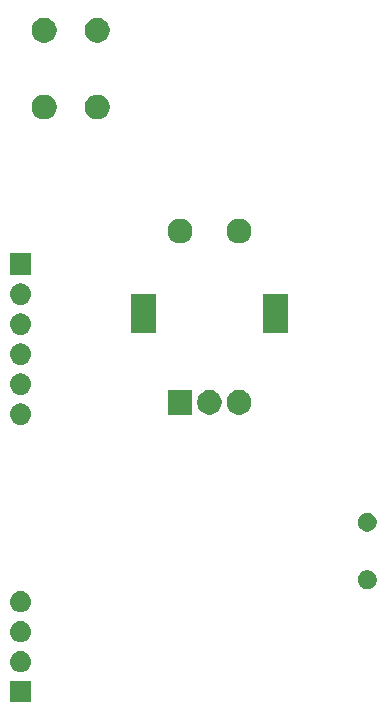
<source format=gbr>
G04 #@! TF.GenerationSoftware,KiCad,Pcbnew,(5.1.4)-1*
G04 #@! TF.CreationDate,2020-08-01T13:26:50+05:30*
G04 #@! TF.ProjectId,knob_32u4,6b6e6f62-5f33-4327-9534-2e6b69636164,rev?*
G04 #@! TF.SameCoordinates,Original*
G04 #@! TF.FileFunction,Soldermask,Bot*
G04 #@! TF.FilePolarity,Negative*
%FSLAX46Y46*%
G04 Gerber Fmt 4.6, Leading zero omitted, Abs format (unit mm)*
G04 Created by KiCad (PCBNEW (5.1.4)-1) date 2020-08-01 13:26:50*
%MOMM*%
%LPD*%
G04 APERTURE LIST*
%ADD10C,0.100000*%
G04 APERTURE END LIST*
D10*
G36*
X104901000Y-111901000D02*
G01*
X103099000Y-111901000D01*
X103099000Y-110099000D01*
X104901000Y-110099000D01*
X104901000Y-111901000D01*
X104901000Y-111901000D01*
G37*
G36*
X104110443Y-107565519D02*
G01*
X104176627Y-107572037D01*
X104346466Y-107623557D01*
X104502991Y-107707222D01*
X104538729Y-107736552D01*
X104640186Y-107819814D01*
X104723448Y-107921271D01*
X104752778Y-107957009D01*
X104836443Y-108113534D01*
X104887963Y-108283373D01*
X104905359Y-108460000D01*
X104887963Y-108636627D01*
X104836443Y-108806466D01*
X104752778Y-108962991D01*
X104723448Y-108998729D01*
X104640186Y-109100186D01*
X104538729Y-109183448D01*
X104502991Y-109212778D01*
X104346466Y-109296443D01*
X104176627Y-109347963D01*
X104110443Y-109354481D01*
X104044260Y-109361000D01*
X103955740Y-109361000D01*
X103889557Y-109354481D01*
X103823373Y-109347963D01*
X103653534Y-109296443D01*
X103497009Y-109212778D01*
X103461271Y-109183448D01*
X103359814Y-109100186D01*
X103276552Y-108998729D01*
X103247222Y-108962991D01*
X103163557Y-108806466D01*
X103112037Y-108636627D01*
X103094641Y-108460000D01*
X103112037Y-108283373D01*
X103163557Y-108113534D01*
X103247222Y-107957009D01*
X103276552Y-107921271D01*
X103359814Y-107819814D01*
X103461271Y-107736552D01*
X103497009Y-107707222D01*
X103653534Y-107623557D01*
X103823373Y-107572037D01*
X103889557Y-107565519D01*
X103955740Y-107559000D01*
X104044260Y-107559000D01*
X104110443Y-107565519D01*
X104110443Y-107565519D01*
G37*
G36*
X104110443Y-105025519D02*
G01*
X104176627Y-105032037D01*
X104346466Y-105083557D01*
X104502991Y-105167222D01*
X104538729Y-105196552D01*
X104640186Y-105279814D01*
X104723448Y-105381271D01*
X104752778Y-105417009D01*
X104836443Y-105573534D01*
X104887963Y-105743373D01*
X104905359Y-105920000D01*
X104887963Y-106096627D01*
X104836443Y-106266466D01*
X104752778Y-106422991D01*
X104723448Y-106458729D01*
X104640186Y-106560186D01*
X104538729Y-106643448D01*
X104502991Y-106672778D01*
X104346466Y-106756443D01*
X104176627Y-106807963D01*
X104110442Y-106814482D01*
X104044260Y-106821000D01*
X103955740Y-106821000D01*
X103889558Y-106814482D01*
X103823373Y-106807963D01*
X103653534Y-106756443D01*
X103497009Y-106672778D01*
X103461271Y-106643448D01*
X103359814Y-106560186D01*
X103276552Y-106458729D01*
X103247222Y-106422991D01*
X103163557Y-106266466D01*
X103112037Y-106096627D01*
X103094641Y-105920000D01*
X103112037Y-105743373D01*
X103163557Y-105573534D01*
X103247222Y-105417009D01*
X103276552Y-105381271D01*
X103359814Y-105279814D01*
X103461271Y-105196552D01*
X103497009Y-105167222D01*
X103653534Y-105083557D01*
X103823373Y-105032037D01*
X103889558Y-105025518D01*
X103955740Y-105019000D01*
X104044260Y-105019000D01*
X104110443Y-105025519D01*
X104110443Y-105025519D01*
G37*
G36*
X104110442Y-102485518D02*
G01*
X104176627Y-102492037D01*
X104346466Y-102543557D01*
X104502991Y-102627222D01*
X104538729Y-102656552D01*
X104640186Y-102739814D01*
X104723448Y-102841271D01*
X104752778Y-102877009D01*
X104836443Y-103033534D01*
X104887963Y-103203373D01*
X104905359Y-103380000D01*
X104887963Y-103556627D01*
X104836443Y-103726466D01*
X104752778Y-103882991D01*
X104723448Y-103918729D01*
X104640186Y-104020186D01*
X104538729Y-104103448D01*
X104502991Y-104132778D01*
X104346466Y-104216443D01*
X104176627Y-104267963D01*
X104110442Y-104274482D01*
X104044260Y-104281000D01*
X103955740Y-104281000D01*
X103889557Y-104274481D01*
X103823373Y-104267963D01*
X103653534Y-104216443D01*
X103497009Y-104132778D01*
X103461271Y-104103448D01*
X103359814Y-104020186D01*
X103276552Y-103918729D01*
X103247222Y-103882991D01*
X103163557Y-103726466D01*
X103112037Y-103556627D01*
X103094641Y-103380000D01*
X103112037Y-103203373D01*
X103163557Y-103033534D01*
X103247222Y-102877009D01*
X103276552Y-102841271D01*
X103359814Y-102739814D01*
X103461271Y-102656552D01*
X103497009Y-102627222D01*
X103653534Y-102543557D01*
X103823373Y-102492037D01*
X103889558Y-102485518D01*
X103955740Y-102479000D01*
X104044260Y-102479000D01*
X104110442Y-102485518D01*
X104110442Y-102485518D01*
G37*
G36*
X133583642Y-100756781D02*
G01*
X133729414Y-100817162D01*
X133729416Y-100817163D01*
X133860608Y-100904822D01*
X133972178Y-101016392D01*
X134059837Y-101147584D01*
X134059838Y-101147586D01*
X134120219Y-101293358D01*
X134151000Y-101448107D01*
X134151000Y-101605893D01*
X134120219Y-101760642D01*
X134059838Y-101906414D01*
X134059837Y-101906416D01*
X133972178Y-102037608D01*
X133860608Y-102149178D01*
X133729416Y-102236837D01*
X133729415Y-102236838D01*
X133729414Y-102236838D01*
X133583642Y-102297219D01*
X133428893Y-102328000D01*
X133271107Y-102328000D01*
X133116358Y-102297219D01*
X132970586Y-102236838D01*
X132970585Y-102236838D01*
X132970584Y-102236837D01*
X132839392Y-102149178D01*
X132727822Y-102037608D01*
X132640163Y-101906416D01*
X132640162Y-101906414D01*
X132579781Y-101760642D01*
X132549000Y-101605893D01*
X132549000Y-101448107D01*
X132579781Y-101293358D01*
X132640162Y-101147586D01*
X132640163Y-101147584D01*
X132727822Y-101016392D01*
X132839392Y-100904822D01*
X132970584Y-100817163D01*
X132970586Y-100817162D01*
X133116358Y-100756781D01*
X133271107Y-100726000D01*
X133428893Y-100726000D01*
X133583642Y-100756781D01*
X133583642Y-100756781D01*
G37*
G36*
X133583642Y-95876781D02*
G01*
X133729414Y-95937162D01*
X133729416Y-95937163D01*
X133860608Y-96024822D01*
X133972178Y-96136392D01*
X134059837Y-96267584D01*
X134059838Y-96267586D01*
X134120219Y-96413358D01*
X134151000Y-96568107D01*
X134151000Y-96725893D01*
X134120219Y-96880642D01*
X134059838Y-97026414D01*
X134059837Y-97026416D01*
X133972178Y-97157608D01*
X133860608Y-97269178D01*
X133729416Y-97356837D01*
X133729415Y-97356838D01*
X133729414Y-97356838D01*
X133583642Y-97417219D01*
X133428893Y-97448000D01*
X133271107Y-97448000D01*
X133116358Y-97417219D01*
X132970586Y-97356838D01*
X132970585Y-97356838D01*
X132970584Y-97356837D01*
X132839392Y-97269178D01*
X132727822Y-97157608D01*
X132640163Y-97026416D01*
X132640162Y-97026414D01*
X132579781Y-96880642D01*
X132549000Y-96725893D01*
X132549000Y-96568107D01*
X132579781Y-96413358D01*
X132640162Y-96267586D01*
X132640163Y-96267584D01*
X132727822Y-96136392D01*
X132839392Y-96024822D01*
X132970584Y-95937163D01*
X132970586Y-95937162D01*
X133116358Y-95876781D01*
X133271107Y-95846000D01*
X133428893Y-95846000D01*
X133583642Y-95876781D01*
X133583642Y-95876781D01*
G37*
G36*
X104110442Y-86605518D02*
G01*
X104176627Y-86612037D01*
X104346466Y-86663557D01*
X104502991Y-86747222D01*
X104538729Y-86776552D01*
X104640186Y-86859814D01*
X104723448Y-86961271D01*
X104752778Y-86997009D01*
X104836443Y-87153534D01*
X104887963Y-87323373D01*
X104905359Y-87500000D01*
X104887963Y-87676627D01*
X104836443Y-87846466D01*
X104752778Y-88002991D01*
X104723448Y-88038729D01*
X104640186Y-88140186D01*
X104538729Y-88223448D01*
X104502991Y-88252778D01*
X104346466Y-88336443D01*
X104176627Y-88387963D01*
X104110443Y-88394481D01*
X104044260Y-88401000D01*
X103955740Y-88401000D01*
X103889557Y-88394481D01*
X103823373Y-88387963D01*
X103653534Y-88336443D01*
X103497009Y-88252778D01*
X103461271Y-88223448D01*
X103359814Y-88140186D01*
X103276552Y-88038729D01*
X103247222Y-88002991D01*
X103163557Y-87846466D01*
X103112037Y-87676627D01*
X103094641Y-87500000D01*
X103112037Y-87323373D01*
X103163557Y-87153534D01*
X103247222Y-86997009D01*
X103276552Y-86961271D01*
X103359814Y-86859814D01*
X103461271Y-86776552D01*
X103497009Y-86747222D01*
X103653534Y-86663557D01*
X103823373Y-86612037D01*
X103889558Y-86605518D01*
X103955740Y-86599000D01*
X104044260Y-86599000D01*
X104110442Y-86605518D01*
X104110442Y-86605518D01*
G37*
G36*
X122806564Y-85489389D02*
G01*
X122997833Y-85568615D01*
X122997835Y-85568616D01*
X123169973Y-85683635D01*
X123316365Y-85830027D01*
X123337061Y-85861000D01*
X123431385Y-86002167D01*
X123510611Y-86193436D01*
X123551000Y-86396484D01*
X123551000Y-86603516D01*
X123510611Y-86806564D01*
X123431726Y-86997009D01*
X123431384Y-86997835D01*
X123316365Y-87169973D01*
X123169973Y-87316365D01*
X122997835Y-87431384D01*
X122997834Y-87431385D01*
X122997833Y-87431385D01*
X122806564Y-87510611D01*
X122603516Y-87551000D01*
X122396484Y-87551000D01*
X122193436Y-87510611D01*
X122002167Y-87431385D01*
X122002166Y-87431385D01*
X122002165Y-87431384D01*
X121830027Y-87316365D01*
X121683635Y-87169973D01*
X121568616Y-86997835D01*
X121568274Y-86997009D01*
X121489389Y-86806564D01*
X121449000Y-86603516D01*
X121449000Y-86396484D01*
X121489389Y-86193436D01*
X121568615Y-86002167D01*
X121662940Y-85861000D01*
X121683635Y-85830027D01*
X121830027Y-85683635D01*
X122002165Y-85568616D01*
X122002167Y-85568615D01*
X122193436Y-85489389D01*
X122396484Y-85449000D01*
X122603516Y-85449000D01*
X122806564Y-85489389D01*
X122806564Y-85489389D01*
G37*
G36*
X120306564Y-85489389D02*
G01*
X120497833Y-85568615D01*
X120497835Y-85568616D01*
X120669973Y-85683635D01*
X120816365Y-85830027D01*
X120837061Y-85861000D01*
X120931385Y-86002167D01*
X121010611Y-86193436D01*
X121051000Y-86396484D01*
X121051000Y-86603516D01*
X121010611Y-86806564D01*
X120931726Y-86997009D01*
X120931384Y-86997835D01*
X120816365Y-87169973D01*
X120669973Y-87316365D01*
X120497835Y-87431384D01*
X120497834Y-87431385D01*
X120497833Y-87431385D01*
X120306564Y-87510611D01*
X120103516Y-87551000D01*
X119896484Y-87551000D01*
X119693436Y-87510611D01*
X119502167Y-87431385D01*
X119502166Y-87431385D01*
X119502165Y-87431384D01*
X119330027Y-87316365D01*
X119183635Y-87169973D01*
X119068616Y-86997835D01*
X119068274Y-86997009D01*
X118989389Y-86806564D01*
X118949000Y-86603516D01*
X118949000Y-86396484D01*
X118989389Y-86193436D01*
X119068615Y-86002167D01*
X119162940Y-85861000D01*
X119183635Y-85830027D01*
X119330027Y-85683635D01*
X119502165Y-85568616D01*
X119502167Y-85568615D01*
X119693436Y-85489389D01*
X119896484Y-85449000D01*
X120103516Y-85449000D01*
X120306564Y-85489389D01*
X120306564Y-85489389D01*
G37*
G36*
X118551000Y-87551000D02*
G01*
X116449000Y-87551000D01*
X116449000Y-85449000D01*
X118551000Y-85449000D01*
X118551000Y-87551000D01*
X118551000Y-87551000D01*
G37*
G36*
X104110443Y-84065519D02*
G01*
X104176627Y-84072037D01*
X104346466Y-84123557D01*
X104502991Y-84207222D01*
X104538729Y-84236552D01*
X104640186Y-84319814D01*
X104723448Y-84421271D01*
X104752778Y-84457009D01*
X104836443Y-84613534D01*
X104887963Y-84783373D01*
X104905359Y-84960000D01*
X104887963Y-85136627D01*
X104836443Y-85306466D01*
X104752778Y-85462991D01*
X104731113Y-85489390D01*
X104640186Y-85600186D01*
X104538729Y-85683448D01*
X104502991Y-85712778D01*
X104346466Y-85796443D01*
X104176627Y-85847963D01*
X104110443Y-85854481D01*
X104044260Y-85861000D01*
X103955740Y-85861000D01*
X103889557Y-85854481D01*
X103823373Y-85847963D01*
X103653534Y-85796443D01*
X103497009Y-85712778D01*
X103461271Y-85683448D01*
X103359814Y-85600186D01*
X103268887Y-85489390D01*
X103247222Y-85462991D01*
X103163557Y-85306466D01*
X103112037Y-85136627D01*
X103094641Y-84960000D01*
X103112037Y-84783373D01*
X103163557Y-84613534D01*
X103247222Y-84457009D01*
X103276552Y-84421271D01*
X103359814Y-84319814D01*
X103461271Y-84236552D01*
X103497009Y-84207222D01*
X103653534Y-84123557D01*
X103823373Y-84072037D01*
X103889557Y-84065519D01*
X103955740Y-84059000D01*
X104044260Y-84059000D01*
X104110443Y-84065519D01*
X104110443Y-84065519D01*
G37*
G36*
X104110443Y-81525519D02*
G01*
X104176627Y-81532037D01*
X104346466Y-81583557D01*
X104502991Y-81667222D01*
X104538729Y-81696552D01*
X104640186Y-81779814D01*
X104723448Y-81881271D01*
X104752778Y-81917009D01*
X104836443Y-82073534D01*
X104887963Y-82243373D01*
X104905359Y-82420000D01*
X104887963Y-82596627D01*
X104836443Y-82766466D01*
X104752778Y-82922991D01*
X104723448Y-82958729D01*
X104640186Y-83060186D01*
X104538729Y-83143448D01*
X104502991Y-83172778D01*
X104346466Y-83256443D01*
X104176627Y-83307963D01*
X104110442Y-83314482D01*
X104044260Y-83321000D01*
X103955740Y-83321000D01*
X103889558Y-83314482D01*
X103823373Y-83307963D01*
X103653534Y-83256443D01*
X103497009Y-83172778D01*
X103461271Y-83143448D01*
X103359814Y-83060186D01*
X103276552Y-82958729D01*
X103247222Y-82922991D01*
X103163557Y-82766466D01*
X103112037Y-82596627D01*
X103094641Y-82420000D01*
X103112037Y-82243373D01*
X103163557Y-82073534D01*
X103247222Y-81917009D01*
X103276552Y-81881271D01*
X103359814Y-81779814D01*
X103461271Y-81696552D01*
X103497009Y-81667222D01*
X103653534Y-81583557D01*
X103823373Y-81532037D01*
X103889557Y-81525519D01*
X103955740Y-81519000D01*
X104044260Y-81519000D01*
X104110443Y-81525519D01*
X104110443Y-81525519D01*
G37*
G36*
X104110442Y-78985518D02*
G01*
X104176627Y-78992037D01*
X104346466Y-79043557D01*
X104502991Y-79127222D01*
X104538729Y-79156552D01*
X104640186Y-79239814D01*
X104723448Y-79341271D01*
X104752778Y-79377009D01*
X104836443Y-79533534D01*
X104887963Y-79703373D01*
X104905359Y-79880000D01*
X104887963Y-80056627D01*
X104836443Y-80226466D01*
X104752778Y-80382991D01*
X104723448Y-80418729D01*
X104640186Y-80520186D01*
X104538729Y-80603448D01*
X104502991Y-80632778D01*
X104346466Y-80716443D01*
X104176627Y-80767963D01*
X104110443Y-80774481D01*
X104044260Y-80781000D01*
X103955740Y-80781000D01*
X103889557Y-80774481D01*
X103823373Y-80767963D01*
X103653534Y-80716443D01*
X103497009Y-80632778D01*
X103461271Y-80603448D01*
X103359814Y-80520186D01*
X103276552Y-80418729D01*
X103247222Y-80382991D01*
X103163557Y-80226466D01*
X103112037Y-80056627D01*
X103094641Y-79880000D01*
X103112037Y-79703373D01*
X103163557Y-79533534D01*
X103247222Y-79377009D01*
X103276552Y-79341271D01*
X103359814Y-79239814D01*
X103461271Y-79156552D01*
X103497009Y-79127222D01*
X103653534Y-79043557D01*
X103823373Y-78992037D01*
X103889558Y-78985518D01*
X103955740Y-78979000D01*
X104044260Y-78979000D01*
X104110442Y-78985518D01*
X104110442Y-78985518D01*
G37*
G36*
X115451000Y-80651000D02*
G01*
X113349000Y-80651000D01*
X113349000Y-77349000D01*
X115451000Y-77349000D01*
X115451000Y-80651000D01*
X115451000Y-80651000D01*
G37*
G36*
X126651000Y-80651000D02*
G01*
X124549000Y-80651000D01*
X124549000Y-77349000D01*
X126651000Y-77349000D01*
X126651000Y-80651000D01*
X126651000Y-80651000D01*
G37*
G36*
X104110442Y-76445518D02*
G01*
X104176627Y-76452037D01*
X104346466Y-76503557D01*
X104502991Y-76587222D01*
X104538729Y-76616552D01*
X104640186Y-76699814D01*
X104723448Y-76801271D01*
X104752778Y-76837009D01*
X104836443Y-76993534D01*
X104887963Y-77163373D01*
X104905359Y-77340000D01*
X104887963Y-77516627D01*
X104836443Y-77686466D01*
X104752778Y-77842991D01*
X104723448Y-77878729D01*
X104640186Y-77980186D01*
X104538729Y-78063448D01*
X104502991Y-78092778D01*
X104346466Y-78176443D01*
X104176627Y-78227963D01*
X104110442Y-78234482D01*
X104044260Y-78241000D01*
X103955740Y-78241000D01*
X103889558Y-78234482D01*
X103823373Y-78227963D01*
X103653534Y-78176443D01*
X103497009Y-78092778D01*
X103461271Y-78063448D01*
X103359814Y-77980186D01*
X103276552Y-77878729D01*
X103247222Y-77842991D01*
X103163557Y-77686466D01*
X103112037Y-77516627D01*
X103094641Y-77340000D01*
X103112037Y-77163373D01*
X103163557Y-76993534D01*
X103247222Y-76837009D01*
X103276552Y-76801271D01*
X103359814Y-76699814D01*
X103461271Y-76616552D01*
X103497009Y-76587222D01*
X103653534Y-76503557D01*
X103823373Y-76452037D01*
X103889558Y-76445518D01*
X103955740Y-76439000D01*
X104044260Y-76439000D01*
X104110442Y-76445518D01*
X104110442Y-76445518D01*
G37*
G36*
X104901000Y-75701000D02*
G01*
X103099000Y-75701000D01*
X103099000Y-73899000D01*
X104901000Y-73899000D01*
X104901000Y-75701000D01*
X104901000Y-75701000D01*
G37*
G36*
X122806564Y-70989389D02*
G01*
X122997833Y-71068615D01*
X122997835Y-71068616D01*
X123169973Y-71183635D01*
X123316365Y-71330027D01*
X123431385Y-71502167D01*
X123510611Y-71693436D01*
X123551000Y-71896484D01*
X123551000Y-72103516D01*
X123510611Y-72306564D01*
X123431385Y-72497833D01*
X123431384Y-72497835D01*
X123316365Y-72669973D01*
X123169973Y-72816365D01*
X122997835Y-72931384D01*
X122997834Y-72931385D01*
X122997833Y-72931385D01*
X122806564Y-73010611D01*
X122603516Y-73051000D01*
X122396484Y-73051000D01*
X122193436Y-73010611D01*
X122002167Y-72931385D01*
X122002166Y-72931385D01*
X122002165Y-72931384D01*
X121830027Y-72816365D01*
X121683635Y-72669973D01*
X121568616Y-72497835D01*
X121568615Y-72497833D01*
X121489389Y-72306564D01*
X121449000Y-72103516D01*
X121449000Y-71896484D01*
X121489389Y-71693436D01*
X121568615Y-71502167D01*
X121683635Y-71330027D01*
X121830027Y-71183635D01*
X122002165Y-71068616D01*
X122002167Y-71068615D01*
X122193436Y-70989389D01*
X122396484Y-70949000D01*
X122603516Y-70949000D01*
X122806564Y-70989389D01*
X122806564Y-70989389D01*
G37*
G36*
X117806564Y-70989389D02*
G01*
X117997833Y-71068615D01*
X117997835Y-71068616D01*
X118169973Y-71183635D01*
X118316365Y-71330027D01*
X118431385Y-71502167D01*
X118510611Y-71693436D01*
X118551000Y-71896484D01*
X118551000Y-72103516D01*
X118510611Y-72306564D01*
X118431385Y-72497833D01*
X118431384Y-72497835D01*
X118316365Y-72669973D01*
X118169973Y-72816365D01*
X117997835Y-72931384D01*
X117997834Y-72931385D01*
X117997833Y-72931385D01*
X117806564Y-73010611D01*
X117603516Y-73051000D01*
X117396484Y-73051000D01*
X117193436Y-73010611D01*
X117002167Y-72931385D01*
X117002166Y-72931385D01*
X117002165Y-72931384D01*
X116830027Y-72816365D01*
X116683635Y-72669973D01*
X116568616Y-72497835D01*
X116568615Y-72497833D01*
X116489389Y-72306564D01*
X116449000Y-72103516D01*
X116449000Y-71896484D01*
X116489389Y-71693436D01*
X116568615Y-71502167D01*
X116683635Y-71330027D01*
X116830027Y-71183635D01*
X117002165Y-71068616D01*
X117002167Y-71068615D01*
X117193436Y-70989389D01*
X117396484Y-70949000D01*
X117603516Y-70949000D01*
X117806564Y-70989389D01*
X117806564Y-70989389D01*
G37*
G36*
X106306564Y-60489389D02*
G01*
X106497833Y-60568615D01*
X106497835Y-60568616D01*
X106669973Y-60683635D01*
X106816365Y-60830027D01*
X106931385Y-61002167D01*
X107010611Y-61193436D01*
X107051000Y-61396484D01*
X107051000Y-61603516D01*
X107010611Y-61806564D01*
X106931385Y-61997833D01*
X106931384Y-61997835D01*
X106816365Y-62169973D01*
X106669973Y-62316365D01*
X106497835Y-62431384D01*
X106497834Y-62431385D01*
X106497833Y-62431385D01*
X106306564Y-62510611D01*
X106103516Y-62551000D01*
X105896484Y-62551000D01*
X105693436Y-62510611D01*
X105502167Y-62431385D01*
X105502166Y-62431385D01*
X105502165Y-62431384D01*
X105330027Y-62316365D01*
X105183635Y-62169973D01*
X105068616Y-61997835D01*
X105068615Y-61997833D01*
X104989389Y-61806564D01*
X104949000Y-61603516D01*
X104949000Y-61396484D01*
X104989389Y-61193436D01*
X105068615Y-61002167D01*
X105183635Y-60830027D01*
X105330027Y-60683635D01*
X105502165Y-60568616D01*
X105502167Y-60568615D01*
X105693436Y-60489389D01*
X105896484Y-60449000D01*
X106103516Y-60449000D01*
X106306564Y-60489389D01*
X106306564Y-60489389D01*
G37*
G36*
X110806564Y-60489389D02*
G01*
X110997833Y-60568615D01*
X110997835Y-60568616D01*
X111169973Y-60683635D01*
X111316365Y-60830027D01*
X111431385Y-61002167D01*
X111510611Y-61193436D01*
X111551000Y-61396484D01*
X111551000Y-61603516D01*
X111510611Y-61806564D01*
X111431385Y-61997833D01*
X111431384Y-61997835D01*
X111316365Y-62169973D01*
X111169973Y-62316365D01*
X110997835Y-62431384D01*
X110997834Y-62431385D01*
X110997833Y-62431385D01*
X110806564Y-62510611D01*
X110603516Y-62551000D01*
X110396484Y-62551000D01*
X110193436Y-62510611D01*
X110002167Y-62431385D01*
X110002166Y-62431385D01*
X110002165Y-62431384D01*
X109830027Y-62316365D01*
X109683635Y-62169973D01*
X109568616Y-61997835D01*
X109568615Y-61997833D01*
X109489389Y-61806564D01*
X109449000Y-61603516D01*
X109449000Y-61396484D01*
X109489389Y-61193436D01*
X109568615Y-61002167D01*
X109683635Y-60830027D01*
X109830027Y-60683635D01*
X110002165Y-60568616D01*
X110002167Y-60568615D01*
X110193436Y-60489389D01*
X110396484Y-60449000D01*
X110603516Y-60449000D01*
X110806564Y-60489389D01*
X110806564Y-60489389D01*
G37*
G36*
X106306564Y-53989389D02*
G01*
X106497833Y-54068615D01*
X106497835Y-54068616D01*
X106669973Y-54183635D01*
X106816365Y-54330027D01*
X106931385Y-54502167D01*
X107010611Y-54693436D01*
X107051000Y-54896484D01*
X107051000Y-55103516D01*
X107010611Y-55306564D01*
X106931385Y-55497833D01*
X106931384Y-55497835D01*
X106816365Y-55669973D01*
X106669973Y-55816365D01*
X106497835Y-55931384D01*
X106497834Y-55931385D01*
X106497833Y-55931385D01*
X106306564Y-56010611D01*
X106103516Y-56051000D01*
X105896484Y-56051000D01*
X105693436Y-56010611D01*
X105502167Y-55931385D01*
X105502166Y-55931385D01*
X105502165Y-55931384D01*
X105330027Y-55816365D01*
X105183635Y-55669973D01*
X105068616Y-55497835D01*
X105068615Y-55497833D01*
X104989389Y-55306564D01*
X104949000Y-55103516D01*
X104949000Y-54896484D01*
X104989389Y-54693436D01*
X105068615Y-54502167D01*
X105183635Y-54330027D01*
X105330027Y-54183635D01*
X105502165Y-54068616D01*
X105502167Y-54068615D01*
X105693436Y-53989389D01*
X105896484Y-53949000D01*
X106103516Y-53949000D01*
X106306564Y-53989389D01*
X106306564Y-53989389D01*
G37*
G36*
X110806564Y-53989389D02*
G01*
X110997833Y-54068615D01*
X110997835Y-54068616D01*
X111169973Y-54183635D01*
X111316365Y-54330027D01*
X111431385Y-54502167D01*
X111510611Y-54693436D01*
X111551000Y-54896484D01*
X111551000Y-55103516D01*
X111510611Y-55306564D01*
X111431385Y-55497833D01*
X111431384Y-55497835D01*
X111316365Y-55669973D01*
X111169973Y-55816365D01*
X110997835Y-55931384D01*
X110997834Y-55931385D01*
X110997833Y-55931385D01*
X110806564Y-56010611D01*
X110603516Y-56051000D01*
X110396484Y-56051000D01*
X110193436Y-56010611D01*
X110002167Y-55931385D01*
X110002166Y-55931385D01*
X110002165Y-55931384D01*
X109830027Y-55816365D01*
X109683635Y-55669973D01*
X109568616Y-55497835D01*
X109568615Y-55497833D01*
X109489389Y-55306564D01*
X109449000Y-55103516D01*
X109449000Y-54896484D01*
X109489389Y-54693436D01*
X109568615Y-54502167D01*
X109683635Y-54330027D01*
X109830027Y-54183635D01*
X110002165Y-54068616D01*
X110002167Y-54068615D01*
X110193436Y-53989389D01*
X110396484Y-53949000D01*
X110603516Y-53949000D01*
X110806564Y-53989389D01*
X110806564Y-53989389D01*
G37*
M02*

</source>
